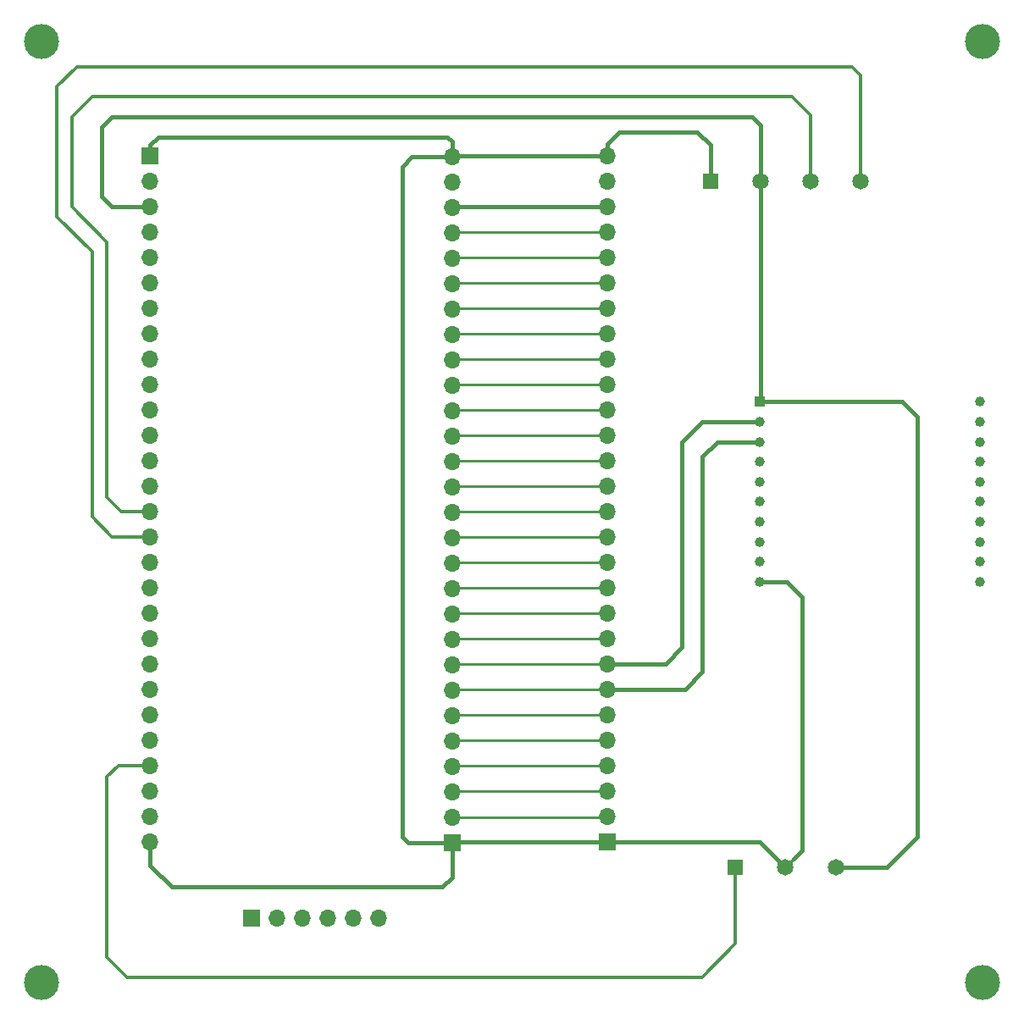
<source format=gbr>
%TF.GenerationSoftware,KiCad,Pcbnew,(5.0.1)-4*%
%TF.CreationDate,2019-03-02T18:56:36-06:00*%
%TF.ProjectId,uC and Xbee,754320616E6420586265652E6B696361,rev?*%
%TF.SameCoordinates,Original*%
%TF.FileFunction,Copper,L2,Bot,Signal*%
%TF.FilePolarity,Positive*%
%FSLAX46Y46*%
G04 Gerber Fmt 4.6, Leading zero omitted, Abs format (unit mm)*
G04 Created by KiCad (PCBNEW (5.0.1)-4) date 2019-03-02 6:56:36 PM*
%MOMM*%
%LPD*%
G01*
G04 APERTURE LIST*
%TA.AperFunction,ComponentPad*%
%ADD10C,1.008000*%
%TD*%
%TA.AperFunction,ComponentPad*%
%ADD11R,1.008000X1.008000*%
%TD*%
%TA.AperFunction,ComponentPad*%
%ADD12R,1.650000X1.650000*%
%TD*%
%TA.AperFunction,ComponentPad*%
%ADD13C,1.650000*%
%TD*%
%TA.AperFunction,ComponentPad*%
%ADD14R,1.700000X1.700000*%
%TD*%
%TA.AperFunction,ComponentPad*%
%ADD15O,1.700000X1.700000*%
%TD*%
%TA.AperFunction,ComponentPad*%
%ADD16C,3.500000*%
%TD*%
%TA.AperFunction,Conductor*%
%ADD17C,0.300000*%
%TD*%
%TA.AperFunction,Conductor*%
%ADD18C,0.250000*%
%TD*%
%TA.AperFunction,Conductor*%
%ADD19C,0.400000*%
%TD*%
G04 APERTURE END LIST*
D10*
%TO.P,U1,11*%
%TO.N,Net-(U1-Pad11)*%
X202254000Y-100991000D03*
%TO.P,U1,12*%
%TO.N,Net-(U1-Pad12)*%
X202254000Y-98991000D03*
%TO.P,U1,13*%
%TO.N,Net-(U1-Pad13)*%
X202254000Y-96991000D03*
%TO.P,U1,14*%
%TO.N,Net-(U1-Pad14)*%
X202254000Y-94991000D03*
%TO.P,U1,15*%
%TO.N,Net-(U1-Pad15)*%
X202254000Y-92991000D03*
%TO.P,U1,16*%
%TO.N,Net-(U1-Pad16)*%
X202254000Y-90991000D03*
%TO.P,U1,17*%
%TO.N,Net-(U1-Pad17)*%
X202254000Y-88991000D03*
%TO.P,U1,18*%
%TO.N,Net-(U1-Pad18)*%
X202254000Y-86991000D03*
%TO.P,U1,19*%
%TO.N,Net-(U1-Pad19)*%
X202254000Y-84991000D03*
%TO.P,U1,20*%
%TO.N,Net-(U1-Pad20)*%
X202254000Y-82991000D03*
%TO.P,U1,10*%
%TO.N,GND1*%
X180254000Y-100991000D03*
%TO.P,U1,9*%
%TO.N,Net-(U1-Pad9)*%
X180254000Y-98991000D03*
%TO.P,U1,8*%
%TO.N,Net-(U1-Pad8)*%
X180254000Y-96991000D03*
%TO.P,U1,7*%
%TO.N,Net-(U1-Pad7)*%
X180254000Y-94991000D03*
%TO.P,U1,6*%
%TO.N,Net-(U1-Pad6)*%
X180254000Y-92991000D03*
%TO.P,U1,5*%
%TO.N,Net-(U1-Pad5)*%
X180254000Y-90991000D03*
%TO.P,U1,4*%
%TO.N,Net-(U1-Pad4)*%
X180254000Y-88991000D03*
%TO.P,U1,3*%
%TO.N,PA9*%
X180254000Y-86991000D03*
%TO.P,U1,2*%
%TO.N,PA10*%
X180254000Y-84991000D03*
D11*
%TO.P,U1,1*%
%TO.N,3.3V1*%
X180254000Y-82991000D03*
%TD*%
D12*
%TO.P,J2,1*%
%TO.N,GND1*%
X175340000Y-60920000D03*
D13*
%TO.P,J2,2*%
%TO.N,3.3V1*%
X180340000Y-60920000D03*
%TO.P,J2,3*%
%TO.N,PA0*%
X185340000Y-60920000D03*
%TO.P,J2,4*%
%TO.N,PA1*%
X190340000Y-60920000D03*
%TD*%
D14*
%TO.P,J3,1*%
%TO.N,PB10*%
X129500000Y-134580000D03*
D15*
%TO.P,J3,2*%
%TO.N,PB11*%
X132040000Y-134580000D03*
%TO.P,J3,3*%
%TO.N,PB12*%
X134580000Y-134580000D03*
%TO.P,J3,4*%
%TO.N,PB13*%
X137120000Y-134580000D03*
%TO.P,J3,5*%
%TO.N,PB14*%
X139660000Y-134580000D03*
%TO.P,J3,6*%
%TO.N,PB15*%
X142200000Y-134580000D03*
%TD*%
D12*
%TO.P,J1,1*%
%TO.N,PB0*%
X177840000Y-129500000D03*
D13*
%TO.P,J1,2*%
%TO.N,GND1*%
X182840000Y-129500000D03*
%TO.P,J1,3*%
%TO.N,3.3V1*%
X187840000Y-129500000D03*
%TD*%
D14*
%TO.P,J4,1*%
%TO.N,GND1*%
X119340000Y-58380000D03*
D15*
%TO.P,J4,2*%
%TO.N,Net-(J4-Pad2)*%
X119340000Y-60920000D03*
%TO.P,J4,3*%
%TO.N,3.3V1*%
X119340000Y-63460000D03*
%TO.P,J4,4*%
%TO.N,VBAT*%
X119340000Y-66000000D03*
%TO.P,J4,5*%
%TO.N,PC13*%
X119340000Y-68540000D03*
%TO.P,J4,6*%
%TO.N,PC14*%
X119340000Y-71080000D03*
%TO.P,J4,7*%
%TO.N,PC15*%
X119340000Y-73620000D03*
%TO.P,J4,8*%
%TO.N,PD0*%
X119340000Y-76160000D03*
%TO.P,J4,9*%
%TO.N,PD1*%
X119340000Y-78700000D03*
%TO.P,J4,10*%
%TO.N,RST*%
X119340000Y-81240000D03*
%TO.P,J4,11*%
%TO.N,PC0*%
X119340000Y-83780000D03*
%TO.P,J4,12*%
%TO.N,PC1*%
X119340000Y-86320000D03*
%TO.P,J4,13*%
%TO.N,PC2*%
X119340000Y-88860000D03*
%TO.P,J4,14*%
%TO.N,PC3*%
X119340000Y-91400000D03*
%TO.P,J4,15*%
%TO.N,PA0*%
X119340000Y-93940000D03*
%TO.P,J4,16*%
%TO.N,PA1*%
X119340000Y-96480000D03*
%TO.P,J4,17*%
%TO.N,PA2*%
X119340000Y-99020000D03*
%TO.P,J4,18*%
%TO.N,PA3*%
X119340000Y-101560000D03*
%TO.P,J4,19*%
%TO.N,PA4*%
X119340000Y-104100000D03*
%TO.P,J4,20*%
%TO.N,PA5*%
X119340000Y-106640000D03*
%TO.P,J4,21*%
%TO.N,PA6*%
X119340000Y-109180000D03*
%TO.P,J4,22*%
%TO.N,PA7*%
X119340000Y-111720000D03*
%TO.P,J4,23*%
%TO.N,PC4*%
X119340000Y-114260000D03*
%TO.P,J4,24*%
%TO.N,PC5*%
X119340000Y-116800000D03*
%TO.P,J4,25*%
%TO.N,PB0*%
X119340000Y-119340000D03*
%TO.P,J4,26*%
%TO.N,PB1*%
X119340000Y-121880000D03*
%TO.P,J4,27*%
%TO.N,PB2*%
X119340000Y-124420000D03*
%TO.P,J4,28*%
%TO.N,GND1*%
X119340000Y-126960000D03*
%TD*%
%TO.P,J5,28*%
%TO.N,GND1*%
X149500000Y-58500000D03*
%TO.P,J5,27*%
%TO.N,Net-(J5-Pad27)*%
X149500000Y-61040000D03*
%TO.P,J5,26*%
%TO.N,5V*%
X149500000Y-63580000D03*
%TO.P,J5,25*%
%TO.N,PB9*%
X149500000Y-66120000D03*
%TO.P,J5,24*%
%TO.N,PB8*%
X149500000Y-68660000D03*
%TO.P,J5,23*%
%TO.N,BOOT*%
X149500000Y-71200000D03*
%TO.P,J5,22*%
%TO.N,PB7*%
X149500000Y-73740000D03*
%TO.P,J5,21*%
%TO.N,PB6*%
X149500000Y-76280000D03*
%TO.P,J5,20*%
%TO.N,PB5*%
X149500000Y-78820000D03*
%TO.P,J5,19*%
%TO.N,PB4*%
X149500000Y-81360000D03*
%TO.P,J5,18*%
%TO.N,PB3*%
X149500000Y-83900000D03*
%TO.P,J5,17*%
%TO.N,PD2*%
X149500000Y-86440000D03*
%TO.P,J5,16*%
%TO.N,PC12*%
X149500000Y-88980000D03*
%TO.P,J5,15*%
%TO.N,PC11*%
X149500000Y-91520000D03*
%TO.P,J5,14*%
%TO.N,PC10*%
X149500000Y-94060000D03*
%TO.P,J5,13*%
%TO.N,PA15*%
X149500000Y-96600000D03*
%TO.P,J5,12*%
%TO.N,PA14*%
X149500000Y-99140000D03*
%TO.P,J5,11*%
%TO.N,PA13*%
X149500000Y-101680000D03*
%TO.P,J5,10*%
%TO.N,PA12*%
X149500000Y-104220000D03*
%TO.P,J5,9*%
%TO.N,PA11*%
X149500000Y-106760000D03*
%TO.P,J5,8*%
%TO.N,PA10*%
X149500000Y-109300000D03*
%TO.P,J5,7*%
%TO.N,PA9*%
X149500000Y-111840000D03*
%TO.P,J5,6*%
%TO.N,PA8*%
X149500000Y-114380000D03*
%TO.P,J5,5*%
%TO.N,PC9*%
X149500000Y-116920000D03*
%TO.P,J5,4*%
%TO.N,PC8*%
X149500000Y-119460000D03*
%TO.P,J5,3*%
%TO.N,PC7*%
X149500000Y-122000000D03*
%TO.P,J5,2*%
%TO.N,PC6*%
X149500000Y-124540000D03*
D14*
%TO.P,J5,1*%
%TO.N,GND1*%
X149500000Y-127080000D03*
%TD*%
%TO.P,J6,1*%
%TO.N,GND1*%
X165060000Y-126960000D03*
D15*
%TO.P,J6,2*%
%TO.N,PC6*%
X165060000Y-124420000D03*
%TO.P,J6,3*%
%TO.N,PC7*%
X165060000Y-121880000D03*
%TO.P,J6,4*%
%TO.N,PC8*%
X165060000Y-119340000D03*
%TO.P,J6,5*%
%TO.N,PC9*%
X165060000Y-116800000D03*
%TO.P,J6,6*%
%TO.N,PA8*%
X165060000Y-114260000D03*
%TO.P,J6,7*%
%TO.N,PA9*%
X165060000Y-111720000D03*
%TO.P,J6,8*%
%TO.N,PA10*%
X165060000Y-109180000D03*
%TO.P,J6,9*%
%TO.N,PA11*%
X165060000Y-106640000D03*
%TO.P,J6,10*%
%TO.N,PA12*%
X165060000Y-104100000D03*
%TO.P,J6,11*%
%TO.N,PA13*%
X165060000Y-101560000D03*
%TO.P,J6,12*%
%TO.N,PA14*%
X165060000Y-99020000D03*
%TO.P,J6,13*%
%TO.N,PA15*%
X165060000Y-96480000D03*
%TO.P,J6,14*%
%TO.N,PC10*%
X165060000Y-93940000D03*
%TO.P,J6,15*%
%TO.N,PC11*%
X165060000Y-91400000D03*
%TO.P,J6,16*%
%TO.N,PC12*%
X165060000Y-88860000D03*
%TO.P,J6,17*%
%TO.N,PD2*%
X165060000Y-86320000D03*
%TO.P,J6,18*%
%TO.N,PB3*%
X165060000Y-83780000D03*
%TO.P,J6,19*%
%TO.N,PB4*%
X165060000Y-81240000D03*
%TO.P,J6,20*%
%TO.N,PB5*%
X165060000Y-78700000D03*
%TO.P,J6,21*%
%TO.N,PB6*%
X165060000Y-76160000D03*
%TO.P,J6,22*%
%TO.N,PB7*%
X165060000Y-73620000D03*
%TO.P,J6,23*%
%TO.N,BOOT*%
X165060000Y-71080000D03*
%TO.P,J6,24*%
%TO.N,PB8*%
X165060000Y-68540000D03*
%TO.P,J6,25*%
%TO.N,PB9*%
X165060000Y-66000000D03*
%TO.P,J6,26*%
%TO.N,5V*%
X165060000Y-63460000D03*
%TO.P,J6,27*%
%TO.N,Net-(J6-Pad27)*%
X165060000Y-60920000D03*
%TO.P,J6,28*%
%TO.N,GND1*%
X165060000Y-58380000D03*
%TD*%
D16*
%TO.P,REF\002A\002A,1*%
%TO.N,N/C*%
X202500000Y-47000000D03*
%TD*%
%TO.P,REF\002A\002A,1*%
%TO.N,N/C*%
X108500000Y-47000000D03*
%TD*%
%TO.P,REF\002A\002A,1*%
%TO.N,N/C*%
X108500000Y-141000000D03*
%TD*%
%TO.P,REF\002A\002A,1*%
%TO.N,N/C*%
X202500000Y-141000000D03*
%TD*%
D17*
%TO.N,PA1*%
X190340000Y-60920000D02*
X190340000Y-52340000D01*
D18*
X118137919Y-96480000D02*
X119340000Y-96480000D01*
D17*
X190340000Y-52340000D02*
X190340000Y-50340000D01*
X190340000Y-50340000D02*
X189500000Y-49500000D01*
X119340000Y-96480000D02*
X115480000Y-96480000D01*
X115480000Y-96480000D02*
X113500000Y-94500000D01*
X113500000Y-94500000D02*
X113500000Y-68000000D01*
X113500000Y-68000000D02*
X110000000Y-64500000D01*
X110000000Y-64500000D02*
X110000000Y-51500000D01*
X112000000Y-49500000D02*
X189500000Y-49500000D01*
X110000000Y-51500000D02*
X112000000Y-49500000D01*
D19*
%TO.N,GND1*%
X149820000Y-126960000D02*
X165060000Y-126960000D01*
X149820000Y-58380000D02*
X165060000Y-58380000D01*
X119340000Y-126960000D02*
X119340000Y-129340000D01*
X119340000Y-129340000D02*
X121500000Y-131500000D01*
X121500000Y-131500000D02*
X148500000Y-131500000D01*
X149500000Y-130500000D02*
X149500000Y-127080000D01*
X148500000Y-131500000D02*
X149500000Y-130500000D01*
X149500000Y-58500000D02*
X145500000Y-58500000D01*
X145500000Y-58500000D02*
X144500000Y-59500000D01*
X144500000Y-59500000D02*
X144500000Y-126500000D01*
X145080000Y-127080000D02*
X149500000Y-127080000D01*
X144500000Y-126500000D02*
X145080000Y-127080000D01*
X165060000Y-57177919D02*
X166237919Y-56000000D01*
X165060000Y-58380000D02*
X165060000Y-57177919D01*
X166237919Y-56000000D02*
X174000000Y-56000000D01*
X175340000Y-57340000D02*
X175340000Y-60920000D01*
X174000000Y-56000000D02*
X175340000Y-57340000D01*
X149500000Y-57000000D02*
X149500000Y-58500000D01*
X149000000Y-56500000D02*
X149500000Y-57000000D01*
X120120000Y-56500000D02*
X149000000Y-56500000D01*
X119340000Y-58380000D02*
X119340000Y-57280000D01*
X119340000Y-57280000D02*
X120120000Y-56500000D01*
X180254000Y-100991000D02*
X182991000Y-100991000D01*
X182991000Y-100991000D02*
X184500000Y-102500000D01*
D18*
X183664999Y-128675001D02*
X182840000Y-129500000D01*
D19*
X184500000Y-127840000D02*
X183664999Y-128675001D01*
X184500000Y-102500000D02*
X184500000Y-127840000D01*
X180300000Y-126960000D02*
X182840000Y-129500000D01*
X165060000Y-126960000D02*
X180300000Y-126960000D01*
%TO.N,3.3V1*%
X180340000Y-60920000D02*
X180340000Y-55340000D01*
X180340000Y-55340000D02*
X179500000Y-54500000D01*
X179500000Y-54500000D02*
X115500000Y-54500000D01*
X115500000Y-54500000D02*
X114500000Y-55500000D01*
X114500000Y-55500000D02*
X114500000Y-62500000D01*
X114500000Y-62500000D02*
X115500000Y-63500000D01*
X115540000Y-63500000D02*
X119340000Y-63500000D01*
D18*
X115500000Y-63500000D02*
X115540000Y-63460000D01*
X180340000Y-82905000D02*
X180254000Y-82991000D01*
D19*
X180340000Y-60920000D02*
X180340000Y-82905000D01*
X180254000Y-82991000D02*
X194491000Y-82991000D01*
X194491000Y-82991000D02*
X196000000Y-84500000D01*
X196000000Y-84500000D02*
X196000000Y-126500000D01*
X196000000Y-126500000D02*
X193000000Y-129500000D01*
X193000000Y-129500000D02*
X187840000Y-129500000D01*
D17*
%TO.N,PA0*%
X185340000Y-54340000D02*
X183500000Y-52500000D01*
X113500000Y-52500000D02*
X111500000Y-54500000D01*
X185340000Y-60920000D02*
X185340000Y-54340000D01*
X183500000Y-52500000D02*
X113500000Y-52500000D01*
X111500000Y-54500000D02*
X111500000Y-63500000D01*
X111500000Y-63500000D02*
X115000000Y-67000000D01*
X115000000Y-67000000D02*
X115000000Y-92500000D01*
X116440000Y-93940000D02*
X119340000Y-93940000D01*
X115000000Y-92500000D02*
X116440000Y-93940000D01*
%TO.N,PB0*%
X177840000Y-137160000D02*
X177840000Y-129500000D01*
X174500000Y-140500000D02*
X177840000Y-137160000D01*
X116160000Y-119340000D02*
X119340000Y-119340000D01*
X115000000Y-120500000D02*
X116160000Y-119340000D01*
X115000000Y-138500000D02*
X115000000Y-120500000D01*
X174500000Y-140500000D02*
X117000000Y-140500000D01*
X117000000Y-140500000D02*
X115000000Y-138500000D01*
D19*
%TO.N,5V*%
X149820000Y-63460000D02*
X165060000Y-63460000D01*
D18*
%TO.N,PB9*%
X163857919Y-66000000D02*
X149820000Y-66000000D01*
X165060000Y-66000000D02*
X163857919Y-66000000D01*
%TO.N,PB8*%
X149820000Y-68540000D02*
X165060000Y-68540000D01*
%TO.N,BOOT*%
X149820000Y-71080000D02*
X165060000Y-71080000D01*
%TO.N,PB7*%
X149820000Y-73620000D02*
X165060000Y-73620000D01*
%TO.N,PB6*%
X149820000Y-76160000D02*
X165060000Y-76160000D01*
%TO.N,PB5*%
X149820000Y-78700000D02*
X165060000Y-78700000D01*
%TO.N,PB4*%
X149820000Y-81240000D02*
X165060000Y-81240000D01*
%TO.N,PB3*%
X149820000Y-83780000D02*
X165060000Y-83780000D01*
%TO.N,PD2*%
X149820000Y-86320000D02*
X165060000Y-86320000D01*
%TO.N,PC12*%
X149820000Y-88860000D02*
X165060000Y-88860000D01*
%TO.N,PC11*%
X149820000Y-91400000D02*
X165060000Y-91400000D01*
%TO.N,PC10*%
X149820000Y-93940000D02*
X164940000Y-93940000D01*
%TO.N,PA15*%
X149820000Y-96480000D02*
X165060000Y-96480000D01*
%TO.N,PA14*%
X149820000Y-99020000D02*
X165060000Y-99020000D01*
%TO.N,PA13*%
X149820000Y-101560000D02*
X165060000Y-101560000D01*
%TO.N,PA12*%
X149820000Y-104100000D02*
X165060000Y-104100000D01*
%TO.N,PA11*%
X149820000Y-106640000D02*
X165060000Y-106640000D01*
%TO.N,PA10*%
X149820000Y-109180000D02*
X165060000Y-109180000D01*
D19*
X172500000Y-87000000D02*
X172500000Y-107500000D01*
X174509000Y-84991000D02*
X172500000Y-87000000D01*
X170820000Y-109180000D02*
X165060000Y-109180000D01*
X172500000Y-107500000D02*
X170820000Y-109180000D01*
X174509000Y-84991000D02*
X180254000Y-84991000D01*
D18*
%TO.N,PA9*%
X149820000Y-111720000D02*
X165060000Y-111720000D01*
D19*
X172780000Y-111720000D02*
X165060000Y-111720000D01*
X174500000Y-110000000D02*
X172780000Y-111720000D01*
X174500000Y-88500000D02*
X174500000Y-110000000D01*
X176009000Y-86991000D02*
X174500000Y-88500000D01*
X176009000Y-86991000D02*
X180254000Y-86991000D01*
D18*
%TO.N,PA8*%
X149820000Y-114260000D02*
X165060000Y-114260000D01*
%TO.N,PC9*%
X149820000Y-116800000D02*
X165060000Y-116800000D01*
%TO.N,PC8*%
X149820000Y-119340000D02*
X165060000Y-119340000D01*
%TO.N,PC7*%
X149820000Y-121880000D02*
X165060000Y-121880000D01*
%TO.N,PC6*%
X164940000Y-124540000D02*
X165060000Y-124420000D01*
X149500000Y-124540000D02*
X164940000Y-124540000D01*
%TD*%
M02*

</source>
